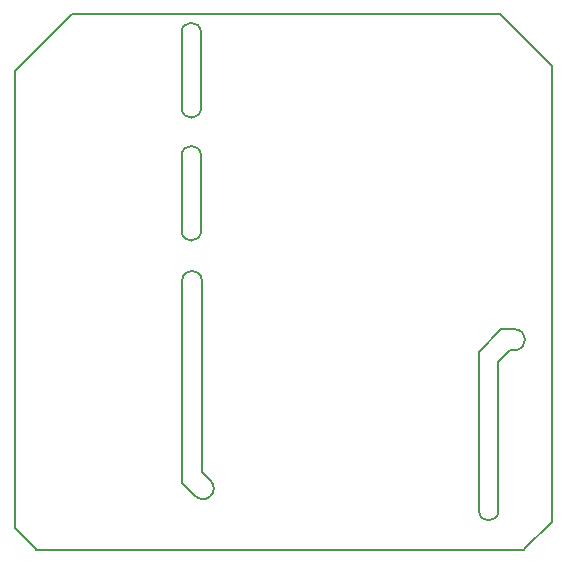
<source format=gbr>
G04 #@! TF.GenerationSoftware,KiCad,Pcbnew,5.0.1*
G04 #@! TF.CreationDate,2019-01-05T16:55:32+01:00*
G04 #@! TF.ProjectId,sensor_board-ac-7 -without-regulator-2,73656E736F725F626F6172642D61632D,V1.2*
G04 #@! TF.SameCoordinates,Original*
G04 #@! TF.FileFunction,Profile,NP*
%FSLAX46Y46*%
G04 Gerber Fmt 4.6, Leading zero omitted, Abs format (unit mm)*
G04 Created by KiCad (PCBNEW 5.0.1) date Sat 05 Jan 2019 04:55:32 PM CET*
%MOMM*%
%LPD*%
G01*
G04 APERTURE LIST*
%ADD10C,0.150000*%
%ADD11C,0.200000*%
G04 APERTURE END LIST*
D10*
X44350607Y-34275076D02*
G75*
G02X42704016Y-34325516I-825167J35876D01*
G01*
X44348400Y-34259520D02*
X44348400Y-27858720D01*
X42697400Y-27830780D02*
X42697400Y-34305240D01*
X42699373Y-38250181D02*
G75*
G02X44350940Y-38252400I825734J-38095D01*
G01*
X71721980Y-71622920D02*
X74079100Y-69265800D01*
D11*
X28569920Y-69783960D02*
X30403800Y-71617840D01*
D10*
X74104500Y-30708600D02*
X69689980Y-26294080D01*
X33383220Y-26281380D02*
X28575000Y-31089600D01*
X45186600Y-65821560D02*
G75*
G02X43825160Y-67066160I-680720J-622300D01*
G01*
X42760900Y-48846740D02*
X42760900Y-63141860D01*
X44411900Y-63091060D02*
X44411900Y-48839120D01*
X42758360Y-63149480D02*
X42758360Y-66006980D01*
X45186600Y-65821560D02*
X44409360Y-65044320D01*
X42763206Y-48818805D02*
G75*
G02X44414773Y-48821024I825734J-38095D01*
G01*
X42758360Y-66006980D02*
X43822620Y-67071240D01*
X44409360Y-63108840D02*
X44409360Y-65044320D01*
X42699373Y-27823481D02*
G75*
G02X44350940Y-27825700I825734J-38095D01*
G01*
X42699940Y-38239700D02*
X42699940Y-44714160D01*
X44350940Y-44668440D02*
X44350940Y-38267640D01*
X44353147Y-44683996D02*
G75*
G02X42706556Y-44734436I-825167J35876D01*
G01*
X69528091Y-68377160D02*
G75*
G02X67881500Y-68427600I-825167J35876D01*
G01*
X69786500Y-52971700D02*
X70891400Y-52971700D01*
X70497700Y-54749700D02*
X70904100Y-54749700D01*
X70891400Y-52971700D02*
G75*
G02X70891400Y-54749700I0J-889000D01*
G01*
X70497700Y-54749700D02*
X69532500Y-55714900D01*
X69532500Y-68364100D02*
X69532500Y-55714900D01*
X67881500Y-54876700D02*
X67881500Y-68414900D01*
X69786500Y-52971700D02*
X67881500Y-54876700D01*
X69687440Y-26289000D02*
X33380680Y-26289000D01*
X30398720Y-71630540D02*
X71727060Y-71630540D01*
X74079100Y-69265800D02*
X74079100Y-30708600D01*
X28562300Y-31089600D02*
X28562300Y-69763640D01*
M02*

</source>
